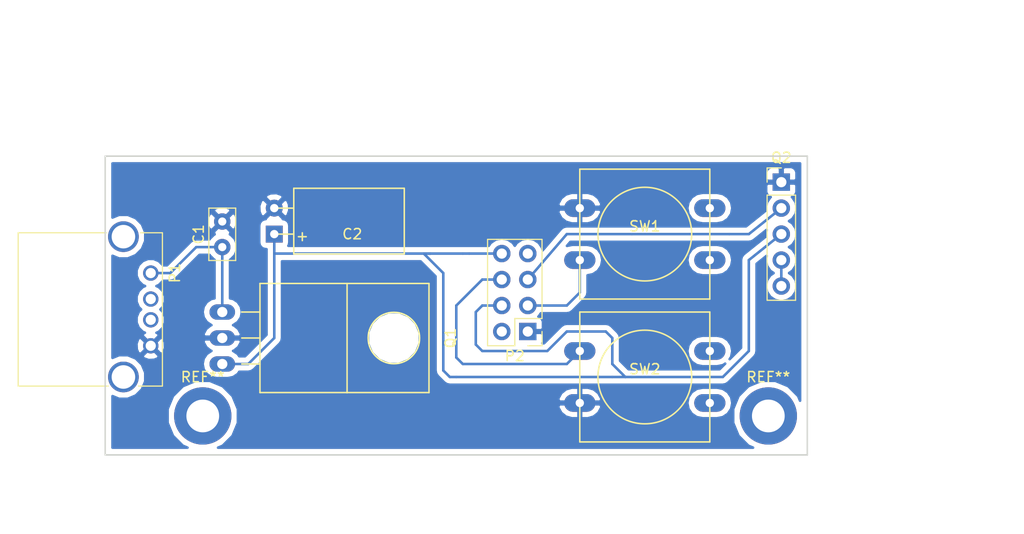
<source format=kicad_pcb>
(kicad_pcb (version 4) (host pcbnew 4.0.4+e1-6308~48~ubuntu15.10.1-stable)

  (general
    (links 18)
    (no_connects 2)
    (area 36.754999 29.769999 105.485001 59.130001)
    (thickness 1.6)
    (drawings 17)
    (tracks 51)
    (zones 0)
    (modules 10)
    (nets 13)
  )

  (page A4)
  (layers
    (0 F.Cu signal)
    (31 B.Cu signal)
    (32 B.Adhes user)
    (33 F.Adhes user)
    (34 B.Paste user)
    (35 F.Paste user)
    (36 B.SilkS user)
    (37 F.SilkS user)
    (38 B.Mask user)
    (39 F.Mask user)
    (40 Dwgs.User user)
    (41 Cmts.User user)
    (42 Eco1.User user hide)
    (43 Eco2.User user)
    (44 Edge.Cuts user)
    (45 Margin user hide)
    (46 B.CrtYd user)
    (47 F.CrtYd user)
    (48 B.Fab user)
    (49 F.Fab user)
  )

  (setup
    (last_trace_width 0.25)
    (trace_clearance 0.2)
    (zone_clearance 0.508)
    (zone_45_only no)
    (trace_min 0.2)
    (segment_width 0.2)
    (edge_width 0.15)
    (via_size 0.6)
    (via_drill 0.4)
    (via_min_size 0.4)
    (via_min_drill 0.3)
    (uvia_size 0.3)
    (uvia_drill 0.1)
    (uvias_allowed no)
    (uvia_min_size 0.2)
    (uvia_min_drill 0.1)
    (pcb_text_width 0.3)
    (pcb_text_size 1.5 1.5)
    (mod_edge_width 0.15)
    (mod_text_size 1 1)
    (mod_text_width 0.15)
    (pad_size 1.7 1.7)
    (pad_drill 1)
    (pad_to_mask_clearance 0.2)
    (aux_axis_origin 0 0)
    (visible_elements FFFFF77F)
    (pcbplotparams
      (layerselection 0x00030_80000001)
      (usegerberextensions false)
      (excludeedgelayer true)
      (linewidth 0.100000)
      (plotframeref false)
      (viasonmask false)
      (mode 1)
      (useauxorigin false)
      (hpglpennumber 1)
      (hpglpenspeed 20)
      (hpglpendiameter 15)
      (hpglpenoverlay 2)
      (psnegative false)
      (psa4output false)
      (plotreference true)
      (plotvalue true)
      (plotinvisibletext false)
      (padsonsilk false)
      (subtractmaskfromsilk false)
      (outputformat 1)
      (mirror false)
      (drillshape 1)
      (scaleselection 1)
      (outputdirectory ""))
  )

  (net 0 "")
  (net 1 +5V)
  (net 2 GND)
  (net 3 "Net-(C2-Pad1)")
  (net 4 "Net-(P1-Pad3)")
  (net 5 "Net-(P1-Pad2)")
  (net 6 "Net-(P2-Pad2)")
  (net 7 "Net-(P2-Pad3)")
  (net 8 "Net-(P2-Pad5)")
  (net 9 "Net-(P2-Pad6)")
  (net 10 "Net-(P2-Pad7)")
  (net 11 Antena)
  (net 12 "Net-(P1-Pad5)")

  (net_class Default "This is the default net class."
    (clearance 0.2)
    (trace_width 0.25)
    (via_dia 0.6)
    (via_drill 0.4)
    (uvia_dia 0.3)
    (uvia_drill 0.1)
    (add_net +5V)
    (add_net Antena)
    (add_net GND)
    (add_net "Net-(C2-Pad1)")
    (add_net "Net-(P1-Pad2)")
    (add_net "Net-(P1-Pad3)")
    (add_net "Net-(P1-Pad5)")
    (add_net "Net-(P2-Pad2)")
    (add_net "Net-(P2-Pad3)")
    (add_net "Net-(P2-Pad5)")
    (add_net "Net-(P2-Pad6)")
    (add_net "Net-(P2-Pad7)")
  )

  (module Buttons_Switches_ThroughHole:SW_PUSH-12mm (layer F.Cu) (tedit 58A05ED4) (tstamp 589F382F)
    (at 89.535 51.435)
    (path /589F36F6)
    (fp_text reference SW2 (at 0 -0.762) (layer F.SilkS)
      (effects (font (size 1 1) (thickness 0.15)))
    )
    (fp_text value RST (at 0 1.016) (layer F.Fab)
      (effects (font (size 1 1) (thickness 0.15)))
    )
    (fp_circle (center 0 0) (end 3.81 2.54) (layer F.SilkS) (width 0.15))
    (fp_line (start -6.35 -6.35) (end 6.35 -6.35) (layer F.SilkS) (width 0.15))
    (fp_line (start 6.35 -6.35) (end 6.35 6.35) (layer F.SilkS) (width 0.15))
    (fp_line (start 6.35 6.35) (end -6.35 6.35) (layer F.SilkS) (width 0.15))
    (fp_line (start -6.35 6.35) (end -6.35 -6.35) (layer F.SilkS) (width 0.15))
    (pad 1 thru_hole oval (at 6.35 -2.54) (size 3.048 1.7272) (drill 0.8128) (layers *.Mask B.Cu))
    (pad 2 thru_hole oval (at 6.35 2.54) (size 3.048 1.7272) (drill 0.8128) (layers *.Mask B.Cu))
    (pad 1 thru_hole oval (at -6.35 -2.54) (size 3.048 1.7272) (drill 0.8128) (layers *.Cu *.Mask)
      (net 9 "Net-(P2-Pad6)"))
    (pad 2 thru_hole oval (at -6.35 2.54) (size 3.048 1.7272) (drill 0.8128) (layers *.Cu *.Mask)
      (net 2 GND))
    (model Buttons_Switches_ThroughHole.3dshapes/SW_PUSH-12mm.wrl
      (at (xyz 0 0 0))
      (scale (xyz 4 4 4))
      (rotate (xyz 0 0 0))
    )
  )

  (module Discret:C1V7H (layer F.Cu) (tedit 0) (tstamp 589F3953)
    (at 53.34 36.195 90)
    (path /589F2D02)
    (fp_text reference C2 (at -1.26746 7.62 180) (layer F.SilkS)
      (effects (font (size 1 1) (thickness 0.15)))
    )
    (fp_text value CP_Small (at 1.27 7.62 180) (layer F.Fab)
      (effects (font (size 1 1) (thickness 0.15)))
    )
    (fp_text user + (at -1.524 2.667 90) (layer F.SilkS)
      (effects (font (size 1 1) (thickness 0.15)))
    )
    (fp_line (start 3.2004 1.905) (end -3.2004 1.905) (layer F.SilkS) (width 0.15))
    (fp_line (start -3.21056 1.905) (end -3.21056 12.7) (layer F.SilkS) (width 0.15))
    (fp_line (start -3.2004 12.7) (end 3.2004 12.7) (layer F.SilkS) (width 0.15))
    (fp_line (start 3.21056 12.7) (end 3.21056 1.905) (layer F.SilkS) (width 0.15))
    (fp_line (start -1.27 0) (end -1.27 1.905) (layer F.SilkS) (width 0.15))
    (fp_line (start 1.27 0) (end 1.27 1.905) (layer F.SilkS) (width 0.15))
    (pad 1 thru_hole rect (at -1.27 0 90) (size 1.651 1.651) (drill 0.8128) (layers *.Cu *.Mask)
      (net 3 "Net-(C2-Pad1)"))
    (pad 2 thru_hole circle (at 1.27 0 90) (size 1.651 1.651) (drill 0.8128) (layers *.Cu *.Mask)
      (net 2 GND))
    (model Discret.3dshapes/C1V7H.wrl
      (at (xyz 0 0 0))
      (scale (xyz 1 1 1))
      (rotate (xyz 0 0 0))
    )
  )

  (module Buttons_Switches_ThroughHole:SW_PUSH-12mm (layer F.Cu) (tedit 58A05EBE) (tstamp 589F3828)
    (at 89.535 37.465)
    (path /589F3835)
    (fp_text reference SW1 (at 0 -0.762) (layer F.SilkS)
      (effects (font (size 1 1) (thickness 0.15)))
    )
    (fp_text value SW_RESET (at 0 1.016) (layer F.Fab)
      (effects (font (size 1 1) (thickness 0.15)))
    )
    (fp_circle (center 0 0) (end 3.81 2.54) (layer F.SilkS) (width 0.15))
    (fp_line (start -6.35 -6.35) (end 6.35 -6.35) (layer F.SilkS) (width 0.15))
    (fp_line (start 6.35 -6.35) (end 6.35 6.35) (layer F.SilkS) (width 0.15))
    (fp_line (start 6.35 6.35) (end -6.35 6.35) (layer F.SilkS) (width 0.15))
    (fp_line (start -6.35 6.35) (end -6.35 -6.35) (layer F.SilkS) (width 0.15))
    (pad 1 thru_hole oval (at 6.35 -2.54) (size 3.048 1.7272) (drill 0.8128) (layers *.Mask B.Cu B.Adhes))
    (pad 2 thru_hole oval (at 6.35 2.54) (size 3.048 1.7272) (drill 0.8128) (layers *.Mask B.Cu))
    (pad 1 thru_hole oval (at -6.35 -2.54) (size 3.048 1.7272) (drill 0.8128) (layers *.Cu *.Mask)
      (net 2 GND))
    (pad 2 thru_hole oval (at -6.35 2.54) (size 3.048 1.7272) (drill 0.8128) (layers *.Cu *.Mask)
      (net 7 "Net-(P2-Pad3)"))
    (model Buttons_Switches_ThroughHole.3dshapes/SW_PUSH-12mm.wrl
      (at (xyz 0 0 0))
      (scale (xyz 4 4 4))
      (rotate (xyz 0 0 0))
    )
  )

  (module Pin_Headers:Pin_Header_Straight_2x04_Pitch2.54mm (layer F.Cu) (tedit 5862ED53) (tstamp 589F3810)
    (at 78.105 46.99 180)
    (descr "Through hole straight pin header, 2x04, 2.54mm pitch, double rows")
    (tags "Through hole pin header THT 2x04 2.54mm double row")
    (path /589F22F1)
    (fp_text reference P2 (at 1.27 -2.39 180) (layer F.SilkS)
      (effects (font (size 1 1) (thickness 0.15)))
    )
    (fp_text value ESP-8266-01 (at 1.27 10.01 180) (layer F.Fab)
      (effects (font (size 1 1) (thickness 0.15)))
    )
    (fp_line (start -1.27 -1.27) (end -1.27 8.89) (layer F.Fab) (width 0.1))
    (fp_line (start -1.27 8.89) (end 3.81 8.89) (layer F.Fab) (width 0.1))
    (fp_line (start 3.81 8.89) (end 3.81 -1.27) (layer F.Fab) (width 0.1))
    (fp_line (start 3.81 -1.27) (end -1.27 -1.27) (layer F.Fab) (width 0.1))
    (fp_line (start -1.39 1.27) (end -1.39 9.01) (layer F.SilkS) (width 0.12))
    (fp_line (start -1.39 9.01) (end 3.93 9.01) (layer F.SilkS) (width 0.12))
    (fp_line (start 3.93 9.01) (end 3.93 -1.39) (layer F.SilkS) (width 0.12))
    (fp_line (start 3.93 -1.39) (end 1.27 -1.39) (layer F.SilkS) (width 0.12))
    (fp_line (start 1.27 -1.39) (end 1.27 1.27) (layer F.SilkS) (width 0.12))
    (fp_line (start 1.27 1.27) (end -1.39 1.27) (layer F.SilkS) (width 0.12))
    (fp_line (start -1.39 0) (end -1.39 -1.39) (layer F.SilkS) (width 0.12))
    (fp_line (start -1.39 -1.39) (end 0 -1.39) (layer F.SilkS) (width 0.12))
    (fp_line (start -1.6 -1.6) (end -1.6 9.2) (layer F.CrtYd) (width 0.05))
    (fp_line (start -1.6 9.2) (end 4.1 9.2) (layer F.CrtYd) (width 0.05))
    (fp_line (start 4.1 9.2) (end 4.1 -1.6) (layer F.CrtYd) (width 0.05))
    (fp_line (start 4.1 -1.6) (end -1.6 -1.6) (layer F.CrtYd) (width 0.05))
    (pad 1 thru_hole rect (at 0 0 180) (size 1.7 1.7) (drill 1) (layers *.Cu *.Mask)
      (net 2 GND))
    (pad 2 thru_hole oval (at 2.54 0 180) (size 1.7 1.7) (drill 1) (layers *.Cu *.Mask)
      (net 6 "Net-(P2-Pad2)"))
    (pad 3 thru_hole oval (at 0 2.54 180) (size 1.7 1.7) (drill 1) (layers *.Cu *.Mask)
      (net 7 "Net-(P2-Pad3)"))
    (pad 4 thru_hole oval (at 2.54 2.54 180) (size 1.7 1.7) (drill 1) (layers *.Cu *.Mask)
      (net 3 "Net-(C2-Pad1)"))
    (pad 5 thru_hole oval (at 0 5.08 180) (size 1.7 1.7) (drill 1) (layers *.Cu *.Mask)
      (net 8 "Net-(P2-Pad5)"))
    (pad 6 thru_hole oval (at 2.54 5.08 180) (size 1.7 1.7) (drill 1) (layers *.Cu *.Mask)
      (net 9 "Net-(P2-Pad6)"))
    (pad 7 thru_hole oval (at 0 7.62 180) (size 1.7 1.7) (drill 1) (layers *.Cu *.Mask)
      (net 10 "Net-(P2-Pad7)"))
    (pad 8 thru_hole oval (at 2.54 7.62 180) (size 1.7 1.7) (drill 1) (layers *.Cu *.Mask)
      (net 3 "Net-(C2-Pad1)"))
    (model Pin_Headers.3dshapes/Pin_Header_Straight_2x04_Pitch2.54mm.wrl
      (at (xyz 0.05 -0.15 0))
      (scale (xyz 1 1 1))
      (rotate (xyz 0 0 90))
    )
  )

  (module Capacitors_ThroughHole:C_Disc_D5.0mm_W2.5mm_P2.50mm (layer F.Cu) (tedit 58765D06) (tstamp 589F3802)
    (at 48.26 38.735 90)
    (descr "C, Disc series, Radial, pin pitch=2.50mm, , diameter*width=5*2.5mm^2, Capacitor, http://cdn-reichelt.de/documents/datenblatt/B300/DS_KERKO_TC.pdf")
    (tags "C Disc series Radial pin pitch 2.50mm  diameter 5mm width 2.5mm Capacitor")
    (path /589F23DA)
    (fp_text reference C1 (at 1.25 -2.31 90) (layer F.SilkS)
      (effects (font (size 1 1) (thickness 0.15)))
    )
    (fp_text value C_Small (at 1.25 2.31 90) (layer F.Fab)
      (effects (font (size 1 1) (thickness 0.15)))
    )
    (fp_line (start -1.25 -1.25) (end -1.25 1.25) (layer F.Fab) (width 0.1))
    (fp_line (start -1.25 1.25) (end 3.75 1.25) (layer F.Fab) (width 0.1))
    (fp_line (start 3.75 1.25) (end 3.75 -1.25) (layer F.Fab) (width 0.1))
    (fp_line (start 3.75 -1.25) (end -1.25 -1.25) (layer F.Fab) (width 0.1))
    (fp_line (start -1.31 -1.31) (end 3.81 -1.31) (layer F.SilkS) (width 0.12))
    (fp_line (start -1.31 1.31) (end 3.81 1.31) (layer F.SilkS) (width 0.12))
    (fp_line (start -1.31 -1.31) (end -1.31 1.31) (layer F.SilkS) (width 0.12))
    (fp_line (start 3.81 -1.31) (end 3.81 1.31) (layer F.SilkS) (width 0.12))
    (fp_line (start -1.6 -1.6) (end -1.6 1.6) (layer F.CrtYd) (width 0.05))
    (fp_line (start -1.6 1.6) (end 4.1 1.6) (layer F.CrtYd) (width 0.05))
    (fp_line (start 4.1 1.6) (end 4.1 -1.6) (layer F.CrtYd) (width 0.05))
    (fp_line (start 4.1 -1.6) (end -1.6 -1.6) (layer F.CrtYd) (width 0.05))
    (pad 1 thru_hole circle (at 0 0 90) (size 1.6 1.6) (drill 0.8) (layers *.Cu *.Mask)
      (net 1 +5V))
    (pad 2 thru_hole circle (at 2.5 0 90) (size 1.6 1.6) (drill 0.8) (layers *.Cu *.Mask)
      (net 2 GND))
    (model Capacitors_ThroughHole.3dshapes/C_Disc_D5.0mm_W2.5mm_P2.50mm.wrl
      (at (xyz 0 0 0))
      (scale (xyz 0.393701 0.393701 0.393701))
      (rotate (xyz 0 0 0))
    )
  )

  (module TO_SOT_Packages_THT:TO-220_Neutral123_Horizontal (layer F.Cu) (tedit 0) (tstamp 589F381B)
    (at 48.26 47.625 270)
    (descr "TO-220, Neutral, Horizontal,")
    (tags "TO-220, Neutral, Horizontal,")
    (path /589F29B2)
    (fp_text reference Q1 (at 0 -22.3012 270) (layer F.SilkS)
      (effects (font (size 1 1) (thickness 0.15)))
    )
    (fp_text value LF33CV (at -0.29972 3.44932 270) (layer F.Fab)
      (effects (font (size 1 1) (thickness 0.15)))
    )
    (fp_circle (center 0 -16.764) (end 1.778 -14.986) (layer F.SilkS) (width 0.15))
    (fp_line (start -2.54 -3.683) (end -2.54 -1.905) (layer F.SilkS) (width 0.15))
    (fp_line (start 0 -3.683) (end 0 -1.905) (layer F.SilkS) (width 0.15))
    (fp_line (start 2.54 -3.683) (end 2.54 -1.905) (layer F.SilkS) (width 0.15))
    (fp_line (start 5.334 -12.192) (end 5.334 -20.193) (layer F.SilkS) (width 0.15))
    (fp_line (start 5.334 -20.193) (end -5.334 -20.193) (layer F.SilkS) (width 0.15))
    (fp_line (start -5.334 -20.193) (end -5.334 -12.192) (layer F.SilkS) (width 0.15))
    (fp_line (start 5.334 -3.683) (end 5.334 -12.192) (layer F.SilkS) (width 0.15))
    (fp_line (start 5.334 -12.192) (end -5.334 -12.192) (layer F.SilkS) (width 0.15))
    (fp_line (start -5.334 -12.192) (end -5.334 -3.683) (layer F.SilkS) (width 0.15))
    (fp_line (start 0 -3.683) (end -5.334 -3.683) (layer F.SilkS) (width 0.15))
    (fp_line (start 0 -3.683) (end 5.334 -3.683) (layer F.SilkS) (width 0.15))
    (pad 2 thru_hole oval (at 0 0) (size 2.49936 1.50114) (drill 1.00076) (layers *.Cu *.Mask)
      (net 2 GND))
    (pad 1 thru_hole oval (at -2.54 0) (size 2.49936 1.50114) (drill 1.00076) (layers *.Cu *.Mask)
      (net 1 +5V))
    (pad 3 thru_hole oval (at 2.54 0) (size 2.49936 1.50114) (drill 1.00076) (layers *.Cu *.Mask)
      (net 3 "Net-(C2-Pad1)"))
    (pad "" np_thru_hole circle (at 0 -16.764) (size 3.79984 3.79984) (drill 3.79984) (layers *.Cu *.Mask))
    (model TO_SOT_Packages_THT.3dshapes/TO-220_Neutral123_Horizontal.wrl
      (at (xyz 0 0 0))
      (scale (xyz 0.3937 0.3937 0.3937))
      (rotate (xyz 0 0 0))
    )
  )

  (module Connect:USB_A (layer F.Cu) (tedit 5543E289) (tstamp 58A05AB7)
    (at 41.275 41.275 270)
    (descr "USB A connector")
    (tags "USB USB_A")
    (path /589F22AA)
    (fp_text reference P1 (at 0 -2.35 270) (layer F.SilkS)
      (effects (font (size 1 1) (thickness 0.15)))
    )
    (fp_text value USB_A (at 3.84 7.44 270) (layer F.Fab)
      (effects (font (size 1 1) (thickness 0.15)))
    )
    (fp_line (start -5.3 13.2) (end -5.3 -1.4) (layer F.CrtYd) (width 0.05))
    (fp_line (start 11.95 -1.4) (end 11.95 13.2) (layer F.CrtYd) (width 0.05))
    (fp_line (start -5.3 13.2) (end 11.95 13.2) (layer F.CrtYd) (width 0.05))
    (fp_line (start -5.3 -1.4) (end 11.95 -1.4) (layer F.CrtYd) (width 0.05))
    (fp_line (start 11.05 -1.14) (end 11.05 1.19) (layer F.SilkS) (width 0.12))
    (fp_line (start -3.94 -1.14) (end -3.94 0.98) (layer F.SilkS) (width 0.12))
    (fp_line (start 11.05 -1.14) (end -3.94 -1.14) (layer F.SilkS) (width 0.12))
    (fp_line (start 11.05 12.95) (end -3.94 12.95) (layer F.SilkS) (width 0.12))
    (fp_line (start 11.05 4.15) (end 11.05 12.95) (layer F.SilkS) (width 0.12))
    (fp_line (start -3.94 4.35) (end -3.94 12.95) (layer F.SilkS) (width 0.12))
    (pad 4 thru_hole circle (at 7.11 0 180) (size 1.5 1.5) (drill 1) (layers *.Cu *.Mask)
      (net 2 GND))
    (pad 3 thru_hole circle (at 4.57 0 180) (size 1.5 1.5) (drill 1) (layers *.Cu *.Mask)
      (net 4 "Net-(P1-Pad3)"))
    (pad 2 thru_hole circle (at 2.54 0 180) (size 1.5 1.5) (drill 1) (layers *.Cu *.Mask)
      (net 5 "Net-(P1-Pad2)"))
    (pad 1 thru_hole circle (at 0 0 180) (size 1.5 1.5) (drill 1) (layers *.Cu *.Mask)
      (net 1 +5V))
    (pad 5 thru_hole circle (at 10.16 2.67 180) (size 3 3) (drill 2.3) (layers *.Cu *.Mask)
      (net 12 "Net-(P1-Pad5)"))
    (pad 5 thru_hole circle (at -3.56 2.67 180) (size 3 3) (drill 2.3) (layers *.Cu *.Mask)
      (net 12 "Net-(P1-Pad5)"))
    (model Connectors.3dshapes/USB_A.wrl
      (at (xyz 0.14 0 0))
      (scale (xyz 1 1 1))
      (rotate (xyz 0 0 90))
    )
  )

  (module Mounting_Holes:MountingHole_3.2mm_M3_DIN965_Pad (layer F.Cu) (tedit 56D1B4CB) (tstamp 58A05CB8)
    (at 46.355 55.245)
    (descr "Mounting Hole 3.2mm, M3, DIN965")
    (tags "mounting hole 3.2mm m3 din965")
    (fp_text reference REF** (at 0 -3.8) (layer F.SilkS)
      (effects (font (size 1 1) (thickness 0.15)))
    )
    (fp_text value MountingHole_3.2mm_M3_DIN965_Pad (at 0 3.8) (layer F.Fab)
      (effects (font (size 1 1) (thickness 0.15)))
    )
    (fp_circle (center 0 0) (end 2.8 0) (layer Cmts.User) (width 0.15))
    (fp_circle (center 0 0) (end 3.05 0) (layer F.CrtYd) (width 0.05))
    (pad 1 thru_hole circle (at 0 0) (size 5.6 5.6) (drill 3.2) (layers *.Cu *.Mask))
  )

  (module Pin_Headers:Pin_Header_Straight_1x05_Pitch2.54mm (layer F.Cu) (tedit 58A06256) (tstamp 589F3821)
    (at 102.87 32.385)
    (descr "Through hole straight pin header, 1x05, 2.54mm pitch, single row")
    (tags "Through hole pin header THT 1x05 2.54mm single row")
    (path /589F410B)
    (fp_text reference Q2 (at 0 -2.39) (layer F.SilkS)
      (effects (font (size 1 1) (thickness 0.15)))
    )
    (fp_text value 433-module (at 0 12.55) (layer F.Fab)
      (effects (font (size 1 1) (thickness 0.15)))
    )
    (fp_line (start -1.27 -1.27) (end -1.27 11.43) (layer F.Fab) (width 0.1))
    (fp_line (start -1.27 11.43) (end 1.27 11.43) (layer F.Fab) (width 0.1))
    (fp_line (start 1.27 11.43) (end 1.27 -1.27) (layer F.Fab) (width 0.1))
    (fp_line (start 1.27 -1.27) (end -1.27 -1.27) (layer F.Fab) (width 0.1))
    (fp_line (start -1.39 1.27) (end -1.39 11.55) (layer F.SilkS) (width 0.12))
    (fp_line (start -1.39 11.55) (end 1.39 11.55) (layer F.SilkS) (width 0.12))
    (fp_line (start 1.39 11.55) (end 1.39 1.27) (layer F.SilkS) (width 0.12))
    (fp_line (start 1.39 1.27) (end -1.39 1.27) (layer F.SilkS) (width 0.12))
    (fp_line (start -1.39 0) (end -1.39 -1.39) (layer F.SilkS) (width 0.12))
    (fp_line (start -1.39 -1.39) (end 0 -1.39) (layer F.SilkS) (width 0.12))
    (fp_line (start -1.6 -1.6) (end -1.6 11.7) (layer F.CrtYd) (width 0.05))
    (fp_line (start -1.6 11.7) (end 1.6 11.7) (layer F.CrtYd) (width 0.05))
    (fp_line (start 1.6 11.7) (end 1.6 -1.6) (layer F.CrtYd) (width 0.05))
    (fp_line (start 1.6 -1.6) (end -1.6 -1.6) (layer F.CrtYd) (width 0.05))
    (pad 1 thru_hole rect (at 0 0) (size 1.7 1.7) (drill 1) (layers *.Cu *.Mask)
      (net 2 GND))
    (pad 2 thru_hole oval (at 0 2.54) (size 1.7 1.7) (drill 1) (layers *.Cu *.Mask)
      (net 8 "Net-(P2-Pad5)"))
    (pad 3 thru_hole oval (at 0 5.08) (size 1.7 1.7) (drill 1) (layers *.Cu *.Mask)
      (net 3 "Net-(C2-Pad1)"))
    (pad 4 thru_hole oval (at 0 7.62) (size 1.7 1.7) (drill 1) (layers *.Cu *.Mask)
      (net 11 Antena))
    (pad 5 thru_hole oval (at 0 10.16) (size 1.7 1.7) (drill 1) (layers *.Cu *.Mask)
      (net 11 Antena))
    (model Pin_Headers.3dshapes/Pin_Header_Straight_1x05_Pitch2.54mm.wrl
      (at (xyz 0 -0.2 0))
      (scale (xyz 1 1 1))
      (rotate (xyz 0 0 90))
    )
  )

  (module Mounting_Holes:MountingHole_3.2mm_M3_DIN965_Pad (layer F.Cu) (tedit 56D1B4CB) (tstamp 58A06473)
    (at 101.6 55.245)
    (descr "Mounting Hole 3.2mm, M3, DIN965")
    (tags "mounting hole 3.2mm m3 din965")
    (fp_text reference REF** (at 0 -3.8) (layer F.SilkS)
      (effects (font (size 1 1) (thickness 0.15)))
    )
    (fp_text value MountingHole_3.2mm_M3_DIN965_Pad (at 0 3.8) (layer F.Fab)
      (effects (font (size 1 1) (thickness 0.15)))
    )
    (fp_circle (center 0 0) (end 2.8 0) (layer Cmts.User) (width 0.15))
    (fp_circle (center 0 0) (end 3.05 0) (layer F.CrtYd) (width 0.05))
    (pad 1 thru_hole circle (at 0 0) (size 5.6 5.6) (drill 3.2) (layers *.Cu *.Mask))
  )

  (dimension 29.21 (width 0.3) (layer Dwgs.User)
    (gr_text "29,210 mm" (at 123.905 44.45 90) (layer Dwgs.User)
      (effects (font (size 1.5 1.5) (thickness 0.3)))
    )
    (feature1 (pts (xy 105.41 29.845) (xy 125.255 29.845)))
    (feature2 (pts (xy 105.41 59.055) (xy 125.255 59.055)))
    (crossbar (pts (xy 122.555 59.055) (xy 122.555 29.845)))
    (arrow1a (pts (xy 122.555 29.845) (xy 123.141421 30.971504)))
    (arrow1b (pts (xy 122.555 29.845) (xy 121.968579 30.971504)))
    (arrow2a (pts (xy 122.555 59.055) (xy 123.141421 57.928496)))
    (arrow2b (pts (xy 122.555 59.055) (xy 121.968579 57.928496)))
  )
  (dimension 68.58 (width 0.3) (layer Dwgs.User)
    (gr_text "68,580 mm" (at 71.12 16.43) (layer Dwgs.User)
      (effects (font (size 1.5 1.5) (thickness 0.3)))
    )
    (feature1 (pts (xy 105.41 29.845) (xy 105.41 15.08)))
    (feature2 (pts (xy 36.83 29.845) (xy 36.83 15.08)))
    (crossbar (pts (xy 36.83 17.78) (xy 105.41 17.78)))
    (arrow1a (pts (xy 105.41 17.78) (xy 104.283496 18.366421)))
    (arrow1b (pts (xy 105.41 17.78) (xy 104.283496 17.193579)))
    (arrow2a (pts (xy 36.83 17.78) (xy 37.956504 18.366421)))
    (arrow2b (pts (xy 36.83 17.78) (xy 37.956504 17.193579)))
  )
  (gr_line (start 105.41 59.055) (end 36.83 59.055) (angle 90) (layer Edge.Cuts) (width 0.15))
  (gr_line (start 36.83 29.845) (end 105.41 29.845) (angle 90) (layer Edge.Cuts) (width 0.15))
  (dimension 8.89 (width 0.3) (layer Dwgs.User)
    (gr_text "8,890 mm" (at 32.385 67.39) (layer Dwgs.User)
      (effects (font (size 1.5 1.5) (thickness 0.3)))
    )
    (feature1 (pts (xy 36.83 53.975) (xy 36.83 68.74)))
    (feature2 (pts (xy 27.94 53.975) (xy 27.94 68.74)))
    (crossbar (pts (xy 27.94 66.04) (xy 36.83 66.04)))
    (arrow1a (pts (xy 36.83 66.04) (xy 35.703496 66.626421)))
    (arrow1b (pts (xy 36.83 66.04) (xy 35.703496 65.453579)))
    (arrow2a (pts (xy 27.94 66.04) (xy 29.066504 66.626421)))
    (arrow2b (pts (xy 27.94 66.04) (xy 29.066504 65.453579)))
  )
  (dimension 5.08 (width 0.3) (layer Dwgs.User)
    (gr_text "5,080 mm" (at 82.55 22.145) (layer Dwgs.User)
      (effects (font (size 1.5 1.5) (thickness 0.3)))
    )
    (feature1 (pts (xy 85.09 35.56) (xy 85.09 20.795)))
    (feature2 (pts (xy 80.01 35.56) (xy 80.01 20.795)))
    (crossbar (pts (xy 80.01 23.495) (xy 85.09 23.495)))
    (arrow1a (pts (xy 85.09 23.495) (xy 83.963496 24.081421)))
    (arrow1b (pts (xy 85.09 23.495) (xy 83.963496 22.908579)))
    (arrow2a (pts (xy 80.01 23.495) (xy 81.136504 24.081421)))
    (arrow2b (pts (xy 80.01 23.495) (xy 81.136504 22.908579)))
  )
  (gr_line (start 55.245 50.165) (end 80.01 50.165) (angle 90) (layer Eco1.User) (width 0.2))
  (gr_line (start 55.245 35.56) (end 55.245 50.165) (angle 90) (layer Eco1.User) (width 0.2))
  (gr_line (start 80.01 35.56) (end 55.245 35.56) (angle 90) (layer Eco1.User) (width 0.2))
  (gr_line (start 80.01 50.165) (end 80.01 35.56) (angle 90) (layer Eco1.User) (width 0.2))
  (gr_line (start 36.83 29.845) (end 36.83 59.055) (angle 90) (layer Edge.Cuts) (width 0.15))
  (gr_line (start 105.41 59.055) (end 105.41 29.845) (angle 90) (layer Edge.Cuts) (width 0.15))
  (gr_line (start 36.83 29.845) (end 36.83 59.055) (angle 90) (layer Edge.Cuts) (width 0.15))
  (gr_line (start 111.125 59.055) (end 36.83 59.055) (angle 90) (layer Margin) (width 0.2))
  (gr_line (start 105.41 29.845) (end 105.41 59.055) (angle 90) (layer Margin) (width 0.2))
  (gr_line (start 36.83 29.845) (end 111.125 29.845) (angle 90) (layer Margin) (width 0.2))
  (gr_line (start 36.83 59.055) (end 36.83 29.845) (angle 90) (layer Margin) (width 0.2))

  (segment (start 48.26 38.735) (end 48.26 45.085) (width 0.25) (layer B.Cu) (net 1))
  (segment (start 41.275 41.275) (end 43.18 41.275) (width 0.25) (layer B.Cu) (net 1))
  (segment (start 45.72 38.735) (end 48.26 38.735) (width 0.25) (layer B.Cu) (net 1) (tstamp 58A05AF8))
  (segment (start 43.18 41.275) (end 45.72 38.735) (width 0.25) (layer B.Cu) (net 1) (tstamp 58A05AF6))
  (segment (start 88.265 51.435) (end 87.63 51.435) (width 0.25) (layer B.Cu) (net 3))
  (segment (start 87.63 51.435) (end 86.36 50.165) (width 0.25) (layer B.Cu) (net 3) (tstamp 58A0673B))
  (segment (start 73.66 44.45) (end 75.565 44.45) (width 0.25) (layer B.Cu) (net 3) (tstamp 58A0674F) (status 800000))
  (segment (start 73.025 45.085) (end 73.66 44.45) (width 0.25) (layer B.Cu) (net 3) (tstamp 58A06747))
  (segment (start 73.025 48.26) (end 73.025 45.085) (width 0.25) (layer B.Cu) (net 3) (tstamp 58A06746))
  (segment (start 73.66 48.895) (end 73.025 48.26) (width 0.25) (layer B.Cu) (net 3) (tstamp 58A06743))
  (segment (start 80.01 48.895) (end 73.66 48.895) (width 0.25) (layer B.Cu) (net 3) (tstamp 58A06741))
  (segment (start 81.915 46.99) (end 80.01 48.895) (width 0.25) (layer B.Cu) (net 3) (tstamp 58A06740))
  (segment (start 85.725 46.99) (end 81.915 46.99) (width 0.25) (layer B.Cu) (net 3) (tstamp 58A0673F))
  (segment (start 86.36 47.625) (end 85.725 46.99) (width 0.25) (layer B.Cu) (net 3) (tstamp 58A0673E))
  (segment (start 86.36 50.165) (end 86.36 47.625) (width 0.25) (layer B.Cu) (net 3) (tstamp 58A0673C))
  (segment (start 69.85 50.8) (end 70.485 51.435) (width 0.25) (layer B.Cu) (net 3))
  (segment (start 70.485 51.435) (end 71.12 51.435) (width 0.25) (layer B.Cu) (net 3) (tstamp 58A066F3))
  (segment (start 86.36 51.435) (end 87.63 51.435) (width 0.25) (layer B.Cu) (net 3))
  (segment (start 86.36 51.435) (end 85.09 51.435) (width 0.25) (layer B.Cu) (net 3) (tstamp 58A05E6C))
  (segment (start 85.09 51.435) (end 71.12 51.435) (width 0.25) (layer B.Cu) (net 3) (tstamp 58A05E6F))
  (segment (start 68.58 39.37) (end 67.945 39.37) (width 0.25) (layer B.Cu) (net 3) (tstamp 58A05E7C))
  (segment (start 69.85 41.275) (end 67.945 39.37) (width 0.25) (layer B.Cu) (net 3) (tstamp 58A05E7A))
  (segment (start 69.85 50.8) (end 69.85 41.275) (width 0.25) (layer B.Cu) (net 3) (tstamp 58A05E76))
  (segment (start 88.265 51.435) (end 97.155 51.435) (width 0.25) (layer B.Cu) (net 3) (tstamp 58A06739))
  (segment (start 99.695 40.005) (end 102.87 37.465) (width 0.25) (layer B.Cu) (net 3) (tstamp 58A065F9) (status 800000))
  (segment (start 99.695 48.895) (end 99.695 40.005) (width 0.25) (layer B.Cu) (net 3) (tstamp 58A065F8))
  (segment (start 97.155 51.435) (end 99.695 48.895) (width 0.25) (layer B.Cu) (net 3) (tstamp 58A065F3))
  (segment (start 75.565 44.45) (end 74.93 44.45) (width 0.25) (layer B.Cu) (net 3))
  (segment (start 53.34 39.37) (end 68.58 39.37) (width 0.25) (layer B.Cu) (net 3))
  (segment (start 68.58 39.37) (end 71.755 39.37) (width 0.25) (layer B.Cu) (net 3) (tstamp 58A05E7F))
  (segment (start 48.26 50.165) (end 50.8 50.165) (width 0.25) (layer B.Cu) (net 3))
  (segment (start 53.34 47.625) (end 53.34 39.37) (width 0.25) (layer B.Cu) (net 3) (tstamp 58A05C2C))
  (segment (start 53.34 39.37) (end 53.34 37.465) (width 0.25) (layer B.Cu) (net 3) (tstamp 58A05C32))
  (segment (start 50.8 50.165) (end 53.34 47.625) (width 0.25) (layer B.Cu) (net 3) (tstamp 58A05C26))
  (segment (start 71.755 39.37) (end 72.39 39.37) (width 0.25) (layer B.Cu) (net 3) (tstamp 58A058A2))
  (segment (start 72.39 39.37) (end 75.565 39.37) (width 0.25) (layer B.Cu) (net 3) (tstamp 58A06190))
  (segment (start 83.185 40.005) (end 83.185 43.18) (width 0.25) (layer B.Cu) (net 7))
  (segment (start 81.915 44.45) (end 78.105 44.45) (width 0.25) (layer B.Cu) (net 7) (tstamp 58A057FF))
  (segment (start 83.185 43.18) (end 81.915 44.45) (width 0.25) (layer B.Cu) (net 7) (tstamp 58A057FE))
  (segment (start 97.79 37.465) (end 99.695 37.465) (width 0.25) (layer B.Cu) (net 8))
  (segment (start 88.265 37.465) (end 81.915 37.465) (width 0.25) (layer B.Cu) (net 8) (tstamp 58A05E38))
  (segment (start 78.105 41.91) (end 81.915 37.465) (width 0.25) (layer B.Cu) (net 8) (tstamp 58A05E3D) (status 400000))
  (segment (start 88.265 37.465) (end 97.79 37.465) (width 0.25) (layer B.Cu) (net 8))
  (segment (start 99.695 37.465) (end 102.87 34.925) (width 0.25) (layer B.Cu) (net 8) (tstamp 58A065CB) (status 800000))
  (segment (start 75.565 41.91) (end 73.66 41.91) (width 0.25) (layer B.Cu) (net 9) (status 400000))
  (segment (start 81.915 50.165) (end 83.185 48.895) (width 0.25) (layer B.Cu) (net 9) (tstamp 58A066BD) (status 800000))
  (segment (start 71.755 50.165) (end 81.915 50.165) (width 0.25) (layer B.Cu) (net 9) (tstamp 58A066BB))
  (segment (start 71.12 49.53) (end 71.755 50.165) (width 0.25) (layer B.Cu) (net 9) (tstamp 58A066B8))
  (segment (start 71.12 44.45) (end 71.12 49.53) (width 0.25) (layer B.Cu) (net 9) (tstamp 58A066B3))
  (segment (start 73.66 41.91) (end 71.12 44.45) (width 0.25) (layer B.Cu) (net 9) (tstamp 58A066A5))
  (segment (start 102.87 40.005) (end 102.87 42.545) (width 0.25) (layer B.Cu) (net 11) (status C00000))

  (zone (net 2) (net_name GND) (layer B.Cu) (tstamp 58A05F84) (hatch edge 0.508)
    (connect_pads thru_hole_only (clearance 0.508))
    (min_thickness 0.254)
    (fill yes (arc_segments 16) (thermal_gap 0.508) (thermal_bridge_width 0.508))
    (polygon
      (pts
        (xy 105.41 59.055) (xy 36.83 59.055) (xy 36.83 29.845) (xy 105.41 29.845)
      )
    )
    (filled_polygon
      (pts
        (xy 104.7 53.752531) (xy 104.51375 53.301771) (xy 103.548312 52.334646) (xy 102.286261 51.810597) (xy 100.919734 51.809405)
        (xy 99.656771 52.33125) (xy 98.689646 53.296688) (xy 98.165597 54.558739) (xy 98.164405 55.925266) (xy 98.68625 57.188229)
        (xy 99.651688 58.155354) (xy 100.108407 58.345) (xy 47.847469 58.345) (xy 48.298229 58.15875) (xy 49.265354 57.193312)
        (xy 49.789403 55.931261) (xy 49.790595 54.564734) (xy 49.695269 54.334026) (xy 81.069642 54.334026) (xy 81.091473 54.431157)
        (xy 81.375127 54.944868) (xy 81.833778 55.310925) (xy 82.3976 55.4736) (xy 83.058 55.4736) (xy 83.058 54.102)
        (xy 83.312 54.102) (xy 83.312 55.4736) (xy 83.9724 55.4736) (xy 84.536222 55.310925) (xy 84.994873 54.944868)
        (xy 85.278527 54.431157) (xy 85.300358 54.334026) (xy 85.179217 54.102) (xy 83.312 54.102) (xy 83.058 54.102)
        (xy 81.190783 54.102) (xy 81.069642 54.334026) (xy 49.695269 54.334026) (xy 49.546923 53.975) (xy 93.683703 53.975)
        (xy 93.797777 54.548489) (xy 94.122633 55.03467) (xy 94.608814 55.359526) (xy 95.182303 55.4736) (xy 96.587697 55.4736)
        (xy 97.161186 55.359526) (xy 97.647367 55.03467) (xy 97.972223 54.548489) (xy 98.086297 53.975) (xy 97.972223 53.401511)
        (xy 97.647367 52.91533) (xy 97.161186 52.590474) (xy 96.587697 52.4764) (xy 95.182303 52.4764) (xy 94.608814 52.590474)
        (xy 94.122633 52.91533) (xy 93.797777 53.401511) (xy 93.683703 53.975) (xy 49.546923 53.975) (xy 49.398577 53.615974)
        (xy 81.069642 53.615974) (xy 81.190783 53.848) (xy 83.058 53.848) (xy 83.058 52.4764) (xy 83.312 52.4764)
        (xy 83.312 53.848) (xy 85.179217 53.848) (xy 85.300358 53.615974) (xy 85.278527 53.518843) (xy 84.994873 53.005132)
        (xy 84.536222 52.639075) (xy 83.9724 52.4764) (xy 83.312 52.4764) (xy 83.058 52.4764) (xy 82.3976 52.4764)
        (xy 81.833778 52.639075) (xy 81.375127 53.005132) (xy 81.091473 53.518843) (xy 81.069642 53.615974) (xy 49.398577 53.615974)
        (xy 49.26875 53.301771) (xy 48.303312 52.334646) (xy 47.041261 51.810597) (xy 45.674734 51.809405) (xy 44.411771 52.33125)
        (xy 43.444646 53.296688) (xy 42.920597 54.558739) (xy 42.919405 55.925266) (xy 43.44125 57.188229) (xy 44.406688 58.155354)
        (xy 44.863407 58.345) (xy 37.54 58.345) (xy 37.54 53.304517) (xy 38.178459 53.569628) (xy 39.027815 53.57037)
        (xy 39.8128 53.24602) (xy 40.413909 52.645959) (xy 40.739628 51.861541) (xy 40.74037 51.012185) (xy 40.41602 50.2272)
        (xy 40.353929 50.165) (xy 46.338397 50.165) (xy 46.443867 50.695235) (xy 46.744221 51.144746) (xy 47.193732 51.4451)
        (xy 47.723967 51.55057) (xy 48.796033 51.55057) (xy 49.326268 51.4451) (xy 49.775779 51.144746) (xy 49.922609 50.925)
        (xy 50.8 50.925) (xy 51.090839 50.867148) (xy 51.337401 50.702401) (xy 53.877401 48.162401) (xy 53.901045 48.127015)
        (xy 62.488641 48.127015) (xy 62.873746 49.059041) (xy 63.586208 49.772748) (xy 64.517561 50.159479) (xy 65.526015 50.160359)
        (xy 66.458041 49.775254) (xy 67.171748 49.062792) (xy 67.558479 48.131439) (xy 67.559359 47.122985) (xy 67.174254 46.190959)
        (xy 66.461792 45.477252) (xy 65.530439 45.090521) (xy 64.521985 45.089641) (xy 63.589959 45.474746) (xy 62.876252 46.187208)
        (xy 62.489521 47.118561) (xy 62.488641 48.127015) (xy 53.901045 48.127015) (xy 54.042148 47.91584) (xy 54.058162 47.83533)
        (xy 54.1 47.625) (xy 54.1 40.13) (xy 67.630198 40.13) (xy 69.09 41.589802) (xy 69.09 50.8)
        (xy 69.147852 51.090839) (xy 69.312599 51.337401) (xy 69.947599 51.972401) (xy 70.194161 52.137148) (xy 70.485 52.195)
        (xy 97.155 52.195) (xy 97.445839 52.137148) (xy 97.692401 51.972401) (xy 100.232401 49.432401) (xy 100.397148 49.18584)
        (xy 100.412448 49.108923) (xy 100.455 48.895) (xy 100.455 40.370274) (xy 101.439991 39.582282) (xy 101.355907 40.005)
        (xy 101.468946 40.573285) (xy 101.790853 41.055054) (xy 102.11 41.268301) (xy 102.11 41.281699) (xy 101.790853 41.494946)
        (xy 101.468946 41.976715) (xy 101.355907 42.545) (xy 101.468946 43.113285) (xy 101.790853 43.595054) (xy 102.272622 43.916961)
        (xy 102.840907 44.03) (xy 102.899093 44.03) (xy 103.467378 43.916961) (xy 103.949147 43.595054) (xy 104.271054 43.113285)
        (xy 104.384093 42.545) (xy 104.271054 41.976715) (xy 103.949147 41.494946) (xy 103.63 41.281699) (xy 103.63 41.268301)
        (xy 103.949147 41.055054) (xy 104.271054 40.573285) (xy 104.384093 40.005) (xy 104.271054 39.436715) (xy 103.949147 38.954946)
        (xy 103.619974 38.735) (xy 103.949147 38.515054) (xy 104.271054 38.033285) (xy 104.384093 37.465) (xy 104.271054 36.896715)
        (xy 103.949147 36.414946) (xy 103.619974 36.195) (xy 103.949147 35.975054) (xy 104.271054 35.493285) (xy 104.384093 34.925)
        (xy 104.271054 34.356715) (xy 103.949147 33.874946) (xy 103.905223 33.845597) (xy 104.079698 33.773327) (xy 104.258327 33.594699)
        (xy 104.355 33.36131) (xy 104.355 32.67075) (xy 104.19625 32.512) (xy 102.997 32.512) (xy 102.997 32.532)
        (xy 102.743 32.532) (xy 102.743 32.512) (xy 101.54375 32.512) (xy 101.385 32.67075) (xy 101.385 33.36131)
        (xy 101.481673 33.594699) (xy 101.660302 33.773327) (xy 101.834777 33.845597) (xy 101.790853 33.874946) (xy 101.468946 34.356715)
        (xy 101.355907 34.925) (xy 101.396749 35.130326) (xy 99.428407 36.705) (xy 81.915 36.705) (xy 81.886033 36.710762)
        (xy 81.856711 36.707239) (xy 81.741508 36.73951) (xy 81.624161 36.762852) (xy 81.599604 36.779261) (xy 81.571165 36.787227)
        (xy 81.477077 36.86113) (xy 81.377599 36.927599) (xy 81.361192 36.952154) (xy 81.337965 36.970398) (xy 79.555443 39.050008)
        (xy 79.506054 38.801715) (xy 79.184147 38.319946) (xy 78.702378 37.998039) (xy 78.134093 37.885) (xy 78.075907 37.885)
        (xy 77.507622 37.998039) (xy 77.025853 38.319946) (xy 76.835 38.605578) (xy 76.644147 38.319946) (xy 76.162378 37.998039)
        (xy 75.594093 37.885) (xy 75.535907 37.885) (xy 74.967622 37.998039) (xy 74.485853 38.319946) (xy 74.292046 38.61)
        (xy 54.715735 38.61) (xy 54.761931 38.54239) (xy 54.81294 38.2905) (xy 54.81294 36.6395) (xy 54.768662 36.404183)
        (xy 54.62959 36.188059) (xy 54.41739 36.043069) (xy 54.173425 35.993665) (xy 54.18661 35.951215) (xy 53.34 35.104605)
        (xy 52.49339 35.951215) (xy 52.506542 35.993557) (xy 52.279183 36.036338) (xy 52.063059 36.17541) (xy 51.918069 36.38761)
        (xy 51.86706 36.6395) (xy 51.86706 38.2905) (xy 51.911338 38.525817) (xy 52.05041 38.741941) (xy 52.26261 38.886931)
        (xy 52.5145 38.93794) (xy 52.58 38.93794) (xy 52.58 47.310198) (xy 50.485198 49.405) (xy 49.922609 49.405)
        (xy 49.775779 49.185254) (xy 49.326268 48.8849) (xy 49.316968 48.88305) (xy 49.406677 48.856499) (xy 49.828658 48.514944)
        (xy 50.08781 48.037903) (xy 50.101993 47.966275) (xy 49.979339 47.752) (xy 48.387 47.752) (xy 48.387 47.772)
        (xy 48.133 47.772) (xy 48.133 47.752) (xy 46.540661 47.752) (xy 46.418007 47.966275) (xy 46.43219 48.037903)
        (xy 46.691342 48.514944) (xy 47.113323 48.856499) (xy 47.203032 48.88305) (xy 47.193732 48.8849) (xy 46.744221 49.185254)
        (xy 46.443867 49.634765) (xy 46.338397 50.165) (xy 40.353929 50.165) (xy 39.815959 49.626091) (xy 39.166754 49.356517)
        (xy 40.483088 49.356517) (xy 40.551077 49.59746) (xy 41.070171 49.782201) (xy 41.620448 49.75423) (xy 41.998923 49.59746)
        (xy 42.066912 49.356517) (xy 41.275 48.564605) (xy 40.483088 49.356517) (xy 39.166754 49.356517) (xy 39.031541 49.300372)
        (xy 38.182185 49.29963) (xy 37.54 49.564976) (xy 37.54 48.180171) (xy 39.877799 48.180171) (xy 39.90577 48.730448)
        (xy 40.06254 49.108923) (xy 40.303483 49.176912) (xy 41.095395 48.385) (xy 41.454605 48.385) (xy 42.246517 49.176912)
        (xy 42.48746 49.108923) (xy 42.672201 48.589829) (xy 42.64423 48.039552) (xy 42.48746 47.661077) (xy 42.246517 47.593088)
        (xy 41.454605 48.385) (xy 41.095395 48.385) (xy 40.303483 47.593088) (xy 40.06254 47.661077) (xy 39.877799 48.180171)
        (xy 37.54 48.180171) (xy 37.54 41.549285) (xy 39.88976 41.549285) (xy 40.100169 42.058515) (xy 40.489436 42.448461)
        (xy 40.72187 42.544976) (xy 40.491485 42.640169) (xy 40.101539 43.029436) (xy 39.890241 43.538298) (xy 39.88976 44.089285)
        (xy 40.100169 44.598515) (xy 40.331313 44.830062) (xy 40.101539 45.059436) (xy 39.890241 45.568298) (xy 39.88976 46.119285)
        (xy 40.100169 46.628515) (xy 40.489436 47.018461) (xy 40.705979 47.108377) (xy 40.551077 47.17254) (xy 40.483088 47.413483)
        (xy 41.275 48.205395) (xy 42.066912 47.413483) (xy 41.998923 47.17254) (xy 41.832379 47.113268) (xy 42.058515 47.019831)
        (xy 42.448461 46.630564) (xy 42.659759 46.121702) (xy 42.66024 45.570715) (xy 42.449831 45.061485) (xy 42.218687 44.829938)
        (xy 42.448461 44.600564) (xy 42.659759 44.091702) (xy 42.66024 43.540715) (xy 42.449831 43.031485) (xy 42.060564 42.641539)
        (xy 41.82813 42.545024) (xy 42.058515 42.449831) (xy 42.448461 42.060564) (xy 42.459076 42.035) (xy 43.18 42.035)
        (xy 43.470839 41.977148) (xy 43.717401 41.812401) (xy 46.034802 39.495) (xy 47.021354 39.495) (xy 47.042757 39.5468)
        (xy 47.446077 39.950824) (xy 47.5 39.973215) (xy 47.5 43.74398) (xy 47.193732 43.8049) (xy 46.744221 44.105254)
        (xy 46.443867 44.554765) (xy 46.338397 45.085) (xy 46.443867 45.615235) (xy 46.744221 46.064746) (xy 47.193732 46.3651)
        (xy 47.203032 46.36695) (xy 47.113323 46.393501) (xy 46.691342 46.735056) (xy 46.43219 47.212097) (xy 46.418007 47.283725)
        (xy 46.540661 47.498) (xy 48.133 47.498) (xy 48.133 47.478) (xy 48.387 47.478) (xy 48.387 47.498)
        (xy 49.979339 47.498) (xy 50.101993 47.283725) (xy 50.08781 47.212097) (xy 49.828658 46.735056) (xy 49.406677 46.393501)
        (xy 49.316968 46.36695) (xy 49.326268 46.3651) (xy 49.775779 46.064746) (xy 50.076133 45.615235) (xy 50.181603 45.085)
        (xy 50.076133 44.554765) (xy 49.775779 44.105254) (xy 49.326268 43.8049) (xy 49.02 43.74398) (xy 49.02 39.973646)
        (xy 49.0718 39.952243) (xy 49.475824 39.548923) (xy 49.69475 39.021691) (xy 49.695248 38.450813) (xy 49.477243 37.9232)
        (xy 49.073923 37.519176) (xy 49.007456 37.491577) (xy 49.014005 37.488864) (xy 49.088139 37.242745) (xy 48.26 36.414605)
        (xy 47.431861 37.242745) (xy 47.505995 37.488864) (xy 47.512483 37.491196) (xy 47.4482 37.517757) (xy 47.044176 37.921077)
        (xy 47.021785 37.975) (xy 45.72 37.975) (xy 45.477414 38.023254) (xy 45.42916 38.032852) (xy 45.182599 38.197599)
        (xy 42.865198 40.515) (xy 42.459547 40.515) (xy 42.449831 40.491485) (xy 42.060564 40.101539) (xy 41.551702 39.890241)
        (xy 41.000715 39.88976) (xy 40.491485 40.100169) (xy 40.101539 40.489436) (xy 39.890241 40.998298) (xy 39.88976 41.549285)
        (xy 37.54 41.549285) (xy 37.54 39.584517) (xy 38.178459 39.849628) (xy 39.027815 39.85037) (xy 39.8128 39.52602)
        (xy 40.413909 38.925959) (xy 40.739628 38.141541) (xy 40.74037 37.292185) (xy 40.41602 36.5072) (xy 39.927896 36.018223)
        (xy 46.813035 36.018223) (xy 46.840222 36.588454) (xy 47.006136 36.989005) (xy 47.252255 37.063139) (xy 48.080395 36.235)
        (xy 48.439605 36.235) (xy 49.267745 37.063139) (xy 49.513864 36.989005) (xy 49.706965 36.451777) (xy 49.679778 35.881546)
        (xy 49.513864 35.480995) (xy 49.267745 35.406861) (xy 48.439605 36.235) (xy 48.080395 36.235) (xy 47.252255 35.406861)
        (xy 47.006136 35.480995) (xy 46.813035 36.018223) (xy 39.927896 36.018223) (xy 39.815959 35.906091) (xy 39.031541 35.580372)
        (xy 38.182185 35.57963) (xy 37.54 35.844976) (xy 37.54 35.227255) (xy 47.431861 35.227255) (xy 48.26 36.055395)
        (xy 49.088139 35.227255) (xy 49.014005 34.981136) (xy 48.476777 34.788035) (xy 47.906546 34.815222) (xy 47.505995 34.981136)
        (xy 47.431861 35.227255) (xy 37.54 35.227255) (xy 37.54 34.702131) (xy 51.86766 34.702131) (xy 51.894447 35.282535)
        (xy 52.065024 35.694344) (xy 52.313785 35.77161) (xy 53.160395 34.925) (xy 53.519605 34.925) (xy 54.366215 35.77161)
        (xy 54.614976 35.694344) (xy 54.763165 35.284026) (xy 81.069642 35.284026) (xy 81.091473 35.381157) (xy 81.375127 35.894868)
        (xy 81.833778 36.260925) (xy 82.3976 36.4236) (xy 83.058 36.4236) (xy 83.058 35.052) (xy 83.312 35.052)
        (xy 83.312 36.4236) (xy 83.9724 36.4236) (xy 84.536222 36.260925) (xy 84.994873 35.894868) (xy 85.278527 35.381157)
        (xy 85.300358 35.284026) (xy 85.179217 35.052) (xy 83.312 35.052) (xy 83.058 35.052) (xy 81.190783 35.052)
        (xy 81.069642 35.284026) (xy 54.763165 35.284026) (xy 54.81234 35.147869) (xy 54.802055 34.925) (xy 93.683703 34.925)
        (xy 93.797777 35.498489) (xy 94.122633 35.98467) (xy 94.608814 36.309526) (xy 95.182303 36.4236) (xy 96.587697 36.4236)
        (xy 97.161186 36.309526) (xy 97.647367 35.98467) (xy 97.972223 35.498489) (xy 98.086297 34.925) (xy 97.972223 34.351511)
        (xy 97.647367 33.86533) (xy 97.161186 33.540474) (xy 96.587697 33.4264) (xy 95.182303 33.4264) (xy 94.608814 33.540474)
        (xy 94.122633 33.86533) (xy 93.797777 34.351511) (xy 93.683703 34.925) (xy 54.802055 34.925) (xy 54.785553 34.567465)
        (xy 54.784936 34.565974) (xy 81.069642 34.565974) (xy 81.190783 34.798) (xy 83.058 34.798) (xy 83.058 33.4264)
        (xy 83.312 33.4264) (xy 83.312 34.798) (xy 85.179217 34.798) (xy 85.300358 34.565974) (xy 85.278527 34.468843)
        (xy 84.994873 33.955132) (xy 84.536222 33.589075) (xy 83.9724 33.4264) (xy 83.312 33.4264) (xy 83.058 33.4264)
        (xy 82.3976 33.4264) (xy 81.833778 33.589075) (xy 81.375127 33.955132) (xy 81.091473 34.468843) (xy 81.069642 34.565974)
        (xy 54.784936 34.565974) (xy 54.614976 34.155656) (xy 54.366215 34.07839) (xy 53.519605 34.925) (xy 53.160395 34.925)
        (xy 52.313785 34.07839) (xy 52.065024 34.155656) (xy 51.86766 34.702131) (xy 37.54 34.702131) (xy 37.54 33.898785)
        (xy 52.49339 33.898785) (xy 53.34 34.745395) (xy 54.18661 33.898785) (xy 54.109344 33.650024) (xy 53.562869 33.45266)
        (xy 52.982465 33.479447) (xy 52.570656 33.650024) (xy 52.49339 33.898785) (xy 37.54 33.898785) (xy 37.54 31.40869)
        (xy 101.385 31.40869) (xy 101.385 32.09925) (xy 101.54375 32.258) (xy 102.743 32.258) (xy 102.743 31.05875)
        (xy 102.997 31.05875) (xy 102.997 32.258) (xy 104.19625 32.258) (xy 104.355 32.09925) (xy 104.355 31.40869)
        (xy 104.258327 31.175301) (xy 104.079698 30.996673) (xy 103.846309 30.9) (xy 103.15575 30.9) (xy 102.997 31.05875)
        (xy 102.743 31.05875) (xy 102.58425 30.9) (xy 101.893691 30.9) (xy 101.660302 30.996673) (xy 101.481673 31.175301)
        (xy 101.385 31.40869) (xy 37.54 31.40869) (xy 37.54 30.555) (xy 104.7 30.555)
      )
    )
    (filled_polygon
      (pts
        (xy 101.355907 37.465) (xy 101.396749 37.670326) (xy 99.220232 39.41154) (xy 99.192895 39.444015) (xy 99.157599 39.467599)
        (xy 99.09816 39.556556) (xy 99.029265 39.6384) (xy 99.016437 39.678864) (xy 98.992852 39.714161) (xy 98.971979 39.819093)
        (xy 98.939649 39.921072) (xy 98.943282 39.963364) (xy 98.935 40.005) (xy 98.935 48.580198) (xy 97.822232 49.692966)
        (xy 97.972223 49.468489) (xy 98.086297 48.895) (xy 97.972223 48.321511) (xy 97.647367 47.83533) (xy 97.161186 47.510474)
        (xy 96.587697 47.3964) (xy 95.182303 47.3964) (xy 94.608814 47.510474) (xy 94.122633 47.83533) (xy 93.797777 48.321511)
        (xy 93.683703 48.895) (xy 93.797777 49.468489) (xy 94.122633 49.95467) (xy 94.608814 50.279526) (xy 95.182303 50.3936)
        (xy 96.587697 50.3936) (xy 97.161186 50.279526) (xy 97.385663 50.129535) (xy 96.840198 50.675) (xy 87.944802 50.675)
        (xy 87.12 49.850198) (xy 87.12 47.625) (xy 87.062148 47.334161) (xy 86.897401 47.087599) (xy 86.262401 46.452599)
        (xy 86.015839 46.287852) (xy 85.725 46.23) (xy 81.915 46.23) (xy 81.624161 46.287852) (xy 81.377599 46.452599)
        (xy 79.695198 48.135) (xy 79.520126 48.135) (xy 79.59 47.96631) (xy 79.59 47.27575) (xy 79.43125 47.117)
        (xy 78.232 47.117) (xy 78.232 47.137) (xy 77.978 47.137) (xy 77.978 47.117) (xy 77.958 47.117)
        (xy 77.958 46.863) (xy 77.978 46.863) (xy 77.978 46.843) (xy 78.232 46.843) (xy 78.232 46.863)
        (xy 79.43125 46.863) (xy 79.59 46.70425) (xy 79.59 46.01369) (xy 79.493327 45.780301) (xy 79.314698 45.601673)
        (xy 79.140223 45.529403) (xy 79.184147 45.500054) (xy 79.377954 45.21) (xy 81.915 45.21) (xy 82.205839 45.152148)
        (xy 82.452401 44.987401) (xy 83.722401 43.717401) (xy 83.887148 43.47084) (xy 83.945 43.18) (xy 83.945 41.492202)
        (xy 84.461186 41.389526) (xy 84.947367 41.06467) (xy 85.272223 40.578489) (xy 85.386297 40.005) (xy 93.683703 40.005)
        (xy 93.797777 40.578489) (xy 94.122633 41.06467) (xy 94.608814 41.389526) (xy 95.182303 41.5036) (xy 96.587697 41.5036)
        (xy 97.161186 41.389526) (xy 97.647367 41.06467) (xy 97.972223 40.578489) (xy 98.086297 40.005) (xy 97.972223 39.431511)
        (xy 97.647367 38.94533) (xy 97.161186 38.620474) (xy 96.587697 38.5064) (xy 95.182303 38.5064) (xy 94.608814 38.620474)
        (xy 94.122633 38.94533) (xy 93.797777 39.431511) (xy 93.683703 40.005) (xy 85.386297 40.005) (xy 85.272223 39.431511)
        (xy 84.947367 38.94533) (xy 84.461186 38.620474) (xy 83.887697 38.5064) (xy 82.482303 38.5064) (xy 81.929017 38.616455)
        (xy 82.26455 38.225) (xy 99.695 38.225) (xy 99.799934 38.204127) (xy 99.906521 38.194971) (xy 99.944204 38.17543)
        (xy 99.985839 38.167148) (xy 100.074794 38.10771) (xy 100.169768 38.05846) (xy 101.439991 37.042282)
      )
    )
  )
)

</source>
